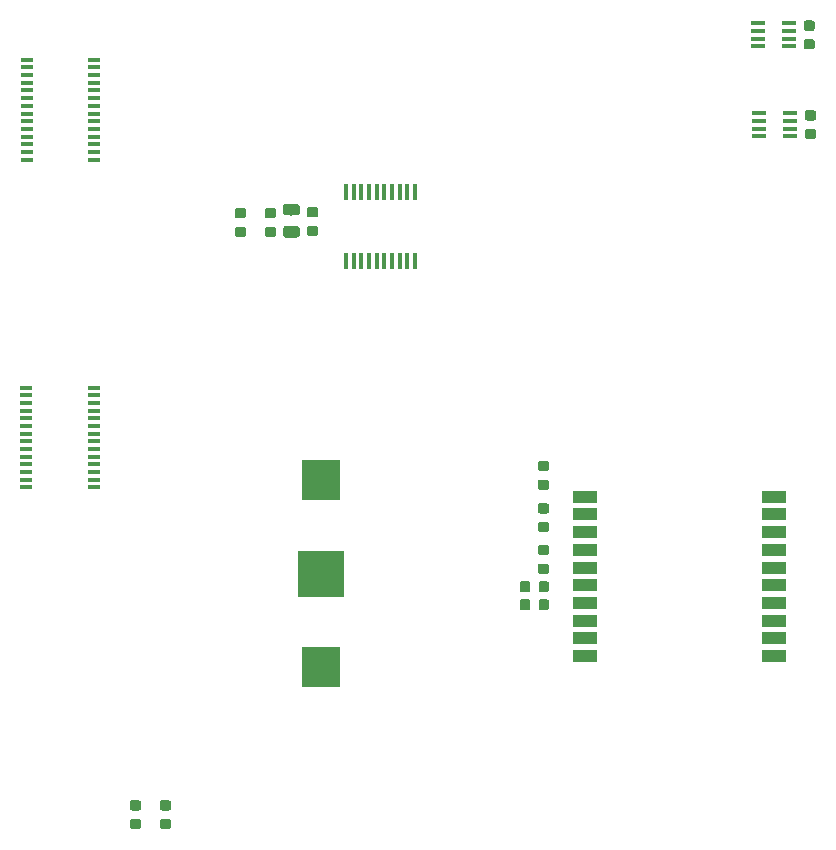
<source format=gbr>
G04 #@! TF.GenerationSoftware,KiCad,Pcbnew,(5.1.4)-1*
G04 #@! TF.CreationDate,2019-09-07T11:32:02-05:00*
G04 #@! TF.ProjectId,Jetson_Addon,4a657473-6f6e-45f4-9164-646f6e2e6b69,rev?*
G04 #@! TF.SameCoordinates,Original*
G04 #@! TF.FileFunction,Paste,Top*
G04 #@! TF.FilePolarity,Positive*
%FSLAX46Y46*%
G04 Gerber Fmt 4.6, Leading zero omitted, Abs format (unit mm)*
G04 Created by KiCad (PCBNEW (5.1.4)-1) date 2019-09-07 11:32:02*
%MOMM*%
%LPD*%
G04 APERTURE LIST*
%ADD10R,2.000000X1.000000*%
%ADD11R,1.220000X0.400000*%
%ADD12C,0.100000*%
%ADD13C,0.875000*%
%ADD14R,4.000000X4.000000*%
%ADD15R,3.300000X3.500000*%
%ADD16R,0.450000X1.450000*%
%ADD17C,0.975000*%
%ADD18R,1.100000X0.400000*%
G04 APERTURE END LIST*
D10*
X164590000Y-129286000D03*
X164590000Y-130786000D03*
X164590000Y-132286000D03*
X164590000Y-133786000D03*
X164590000Y-135286000D03*
X164590000Y-136786000D03*
X164590000Y-138286000D03*
X164590000Y-139786000D03*
X164590000Y-141286000D03*
X164590000Y-142786000D03*
X148590000Y-142786000D03*
X148590000Y-141286000D03*
X148590000Y-139786000D03*
X148590000Y-138286000D03*
X148590000Y-136786000D03*
X148590000Y-135286000D03*
X148590000Y-133786000D03*
X148590000Y-132286000D03*
X148590000Y-130786000D03*
X148590000Y-129286000D03*
D11*
X165902000Y-96820000D03*
X165902000Y-97460000D03*
X165902000Y-98120000D03*
X165902000Y-98760000D03*
X163282000Y-98760000D03*
X163282000Y-98120000D03*
X163282000Y-97460000D03*
X163282000Y-96820000D03*
D12*
G36*
X113307691Y-154986053D02*
G01*
X113328926Y-154989203D01*
X113349750Y-154994419D01*
X113369962Y-155001651D01*
X113389368Y-155010830D01*
X113407781Y-155021866D01*
X113425024Y-155034654D01*
X113440930Y-155049070D01*
X113455346Y-155064976D01*
X113468134Y-155082219D01*
X113479170Y-155100632D01*
X113488349Y-155120038D01*
X113495581Y-155140250D01*
X113500797Y-155161074D01*
X113503947Y-155182309D01*
X113505000Y-155203750D01*
X113505000Y-155641250D01*
X113503947Y-155662691D01*
X113500797Y-155683926D01*
X113495581Y-155704750D01*
X113488349Y-155724962D01*
X113479170Y-155744368D01*
X113468134Y-155762781D01*
X113455346Y-155780024D01*
X113440930Y-155795930D01*
X113425024Y-155810346D01*
X113407781Y-155823134D01*
X113389368Y-155834170D01*
X113369962Y-155843349D01*
X113349750Y-155850581D01*
X113328926Y-155855797D01*
X113307691Y-155858947D01*
X113286250Y-155860000D01*
X112773750Y-155860000D01*
X112752309Y-155858947D01*
X112731074Y-155855797D01*
X112710250Y-155850581D01*
X112690038Y-155843349D01*
X112670632Y-155834170D01*
X112652219Y-155823134D01*
X112634976Y-155810346D01*
X112619070Y-155795930D01*
X112604654Y-155780024D01*
X112591866Y-155762781D01*
X112580830Y-155744368D01*
X112571651Y-155724962D01*
X112564419Y-155704750D01*
X112559203Y-155683926D01*
X112556053Y-155662691D01*
X112555000Y-155641250D01*
X112555000Y-155203750D01*
X112556053Y-155182309D01*
X112559203Y-155161074D01*
X112564419Y-155140250D01*
X112571651Y-155120038D01*
X112580830Y-155100632D01*
X112591866Y-155082219D01*
X112604654Y-155064976D01*
X112619070Y-155049070D01*
X112634976Y-155034654D01*
X112652219Y-155021866D01*
X112670632Y-155010830D01*
X112690038Y-155001651D01*
X112710250Y-154994419D01*
X112731074Y-154989203D01*
X112752309Y-154986053D01*
X112773750Y-154985000D01*
X113286250Y-154985000D01*
X113307691Y-154986053D01*
X113307691Y-154986053D01*
G37*
D13*
X113030000Y-155422500D03*
D12*
G36*
X113307691Y-156561053D02*
G01*
X113328926Y-156564203D01*
X113349750Y-156569419D01*
X113369962Y-156576651D01*
X113389368Y-156585830D01*
X113407781Y-156596866D01*
X113425024Y-156609654D01*
X113440930Y-156624070D01*
X113455346Y-156639976D01*
X113468134Y-156657219D01*
X113479170Y-156675632D01*
X113488349Y-156695038D01*
X113495581Y-156715250D01*
X113500797Y-156736074D01*
X113503947Y-156757309D01*
X113505000Y-156778750D01*
X113505000Y-157216250D01*
X113503947Y-157237691D01*
X113500797Y-157258926D01*
X113495581Y-157279750D01*
X113488349Y-157299962D01*
X113479170Y-157319368D01*
X113468134Y-157337781D01*
X113455346Y-157355024D01*
X113440930Y-157370930D01*
X113425024Y-157385346D01*
X113407781Y-157398134D01*
X113389368Y-157409170D01*
X113369962Y-157418349D01*
X113349750Y-157425581D01*
X113328926Y-157430797D01*
X113307691Y-157433947D01*
X113286250Y-157435000D01*
X112773750Y-157435000D01*
X112752309Y-157433947D01*
X112731074Y-157430797D01*
X112710250Y-157425581D01*
X112690038Y-157418349D01*
X112670632Y-157409170D01*
X112652219Y-157398134D01*
X112634976Y-157385346D01*
X112619070Y-157370930D01*
X112604654Y-157355024D01*
X112591866Y-157337781D01*
X112580830Y-157319368D01*
X112571651Y-157299962D01*
X112564419Y-157279750D01*
X112559203Y-157258926D01*
X112556053Y-157237691D01*
X112555000Y-157216250D01*
X112555000Y-156778750D01*
X112556053Y-156757309D01*
X112559203Y-156736074D01*
X112564419Y-156715250D01*
X112571651Y-156695038D01*
X112580830Y-156675632D01*
X112591866Y-156657219D01*
X112604654Y-156639976D01*
X112619070Y-156624070D01*
X112634976Y-156609654D01*
X112652219Y-156596866D01*
X112670632Y-156585830D01*
X112690038Y-156576651D01*
X112710250Y-156569419D01*
X112731074Y-156564203D01*
X112752309Y-156561053D01*
X112773750Y-156560000D01*
X113286250Y-156560000D01*
X113307691Y-156561053D01*
X113307691Y-156561053D01*
G37*
D13*
X113030000Y-156997500D03*
D12*
G36*
X110767691Y-154986053D02*
G01*
X110788926Y-154989203D01*
X110809750Y-154994419D01*
X110829962Y-155001651D01*
X110849368Y-155010830D01*
X110867781Y-155021866D01*
X110885024Y-155034654D01*
X110900930Y-155049070D01*
X110915346Y-155064976D01*
X110928134Y-155082219D01*
X110939170Y-155100632D01*
X110948349Y-155120038D01*
X110955581Y-155140250D01*
X110960797Y-155161074D01*
X110963947Y-155182309D01*
X110965000Y-155203750D01*
X110965000Y-155641250D01*
X110963947Y-155662691D01*
X110960797Y-155683926D01*
X110955581Y-155704750D01*
X110948349Y-155724962D01*
X110939170Y-155744368D01*
X110928134Y-155762781D01*
X110915346Y-155780024D01*
X110900930Y-155795930D01*
X110885024Y-155810346D01*
X110867781Y-155823134D01*
X110849368Y-155834170D01*
X110829962Y-155843349D01*
X110809750Y-155850581D01*
X110788926Y-155855797D01*
X110767691Y-155858947D01*
X110746250Y-155860000D01*
X110233750Y-155860000D01*
X110212309Y-155858947D01*
X110191074Y-155855797D01*
X110170250Y-155850581D01*
X110150038Y-155843349D01*
X110130632Y-155834170D01*
X110112219Y-155823134D01*
X110094976Y-155810346D01*
X110079070Y-155795930D01*
X110064654Y-155780024D01*
X110051866Y-155762781D01*
X110040830Y-155744368D01*
X110031651Y-155724962D01*
X110024419Y-155704750D01*
X110019203Y-155683926D01*
X110016053Y-155662691D01*
X110015000Y-155641250D01*
X110015000Y-155203750D01*
X110016053Y-155182309D01*
X110019203Y-155161074D01*
X110024419Y-155140250D01*
X110031651Y-155120038D01*
X110040830Y-155100632D01*
X110051866Y-155082219D01*
X110064654Y-155064976D01*
X110079070Y-155049070D01*
X110094976Y-155034654D01*
X110112219Y-155021866D01*
X110130632Y-155010830D01*
X110150038Y-155001651D01*
X110170250Y-154994419D01*
X110191074Y-154989203D01*
X110212309Y-154986053D01*
X110233750Y-154985000D01*
X110746250Y-154985000D01*
X110767691Y-154986053D01*
X110767691Y-154986053D01*
G37*
D13*
X110490000Y-155422500D03*
D12*
G36*
X110767691Y-156561053D02*
G01*
X110788926Y-156564203D01*
X110809750Y-156569419D01*
X110829962Y-156576651D01*
X110849368Y-156585830D01*
X110867781Y-156596866D01*
X110885024Y-156609654D01*
X110900930Y-156624070D01*
X110915346Y-156639976D01*
X110928134Y-156657219D01*
X110939170Y-156675632D01*
X110948349Y-156695038D01*
X110955581Y-156715250D01*
X110960797Y-156736074D01*
X110963947Y-156757309D01*
X110965000Y-156778750D01*
X110965000Y-157216250D01*
X110963947Y-157237691D01*
X110960797Y-157258926D01*
X110955581Y-157279750D01*
X110948349Y-157299962D01*
X110939170Y-157319368D01*
X110928134Y-157337781D01*
X110915346Y-157355024D01*
X110900930Y-157370930D01*
X110885024Y-157385346D01*
X110867781Y-157398134D01*
X110849368Y-157409170D01*
X110829962Y-157418349D01*
X110809750Y-157425581D01*
X110788926Y-157430797D01*
X110767691Y-157433947D01*
X110746250Y-157435000D01*
X110233750Y-157435000D01*
X110212309Y-157433947D01*
X110191074Y-157430797D01*
X110170250Y-157425581D01*
X110150038Y-157418349D01*
X110130632Y-157409170D01*
X110112219Y-157398134D01*
X110094976Y-157385346D01*
X110079070Y-157370930D01*
X110064654Y-157355024D01*
X110051866Y-157337781D01*
X110040830Y-157319368D01*
X110031651Y-157299962D01*
X110024419Y-157279750D01*
X110019203Y-157258926D01*
X110016053Y-157237691D01*
X110015000Y-157216250D01*
X110015000Y-156778750D01*
X110016053Y-156757309D01*
X110019203Y-156736074D01*
X110024419Y-156715250D01*
X110031651Y-156695038D01*
X110040830Y-156675632D01*
X110051866Y-156657219D01*
X110064654Y-156639976D01*
X110079070Y-156624070D01*
X110094976Y-156609654D01*
X110112219Y-156596866D01*
X110130632Y-156585830D01*
X110150038Y-156576651D01*
X110170250Y-156569419D01*
X110191074Y-156564203D01*
X110212309Y-156561053D01*
X110233750Y-156560000D01*
X110746250Y-156560000D01*
X110767691Y-156561053D01*
X110767691Y-156561053D01*
G37*
D13*
X110490000Y-156997500D03*
D12*
G36*
X145299691Y-136432053D02*
G01*
X145320926Y-136435203D01*
X145341750Y-136440419D01*
X145361962Y-136447651D01*
X145381368Y-136456830D01*
X145399781Y-136467866D01*
X145417024Y-136480654D01*
X145432930Y-136495070D01*
X145447346Y-136510976D01*
X145460134Y-136528219D01*
X145471170Y-136546632D01*
X145480349Y-136566038D01*
X145487581Y-136586250D01*
X145492797Y-136607074D01*
X145495947Y-136628309D01*
X145497000Y-136649750D01*
X145497000Y-137162250D01*
X145495947Y-137183691D01*
X145492797Y-137204926D01*
X145487581Y-137225750D01*
X145480349Y-137245962D01*
X145471170Y-137265368D01*
X145460134Y-137283781D01*
X145447346Y-137301024D01*
X145432930Y-137316930D01*
X145417024Y-137331346D01*
X145399781Y-137344134D01*
X145381368Y-137355170D01*
X145361962Y-137364349D01*
X145341750Y-137371581D01*
X145320926Y-137376797D01*
X145299691Y-137379947D01*
X145278250Y-137381000D01*
X144840750Y-137381000D01*
X144819309Y-137379947D01*
X144798074Y-137376797D01*
X144777250Y-137371581D01*
X144757038Y-137364349D01*
X144737632Y-137355170D01*
X144719219Y-137344134D01*
X144701976Y-137331346D01*
X144686070Y-137316930D01*
X144671654Y-137301024D01*
X144658866Y-137283781D01*
X144647830Y-137265368D01*
X144638651Y-137245962D01*
X144631419Y-137225750D01*
X144626203Y-137204926D01*
X144623053Y-137183691D01*
X144622000Y-137162250D01*
X144622000Y-136649750D01*
X144623053Y-136628309D01*
X144626203Y-136607074D01*
X144631419Y-136586250D01*
X144638651Y-136566038D01*
X144647830Y-136546632D01*
X144658866Y-136528219D01*
X144671654Y-136510976D01*
X144686070Y-136495070D01*
X144701976Y-136480654D01*
X144719219Y-136467866D01*
X144737632Y-136456830D01*
X144757038Y-136447651D01*
X144777250Y-136440419D01*
X144798074Y-136435203D01*
X144819309Y-136432053D01*
X144840750Y-136431000D01*
X145278250Y-136431000D01*
X145299691Y-136432053D01*
X145299691Y-136432053D01*
G37*
D13*
X145059500Y-136906000D03*
D12*
G36*
X143724691Y-136432053D02*
G01*
X143745926Y-136435203D01*
X143766750Y-136440419D01*
X143786962Y-136447651D01*
X143806368Y-136456830D01*
X143824781Y-136467866D01*
X143842024Y-136480654D01*
X143857930Y-136495070D01*
X143872346Y-136510976D01*
X143885134Y-136528219D01*
X143896170Y-136546632D01*
X143905349Y-136566038D01*
X143912581Y-136586250D01*
X143917797Y-136607074D01*
X143920947Y-136628309D01*
X143922000Y-136649750D01*
X143922000Y-137162250D01*
X143920947Y-137183691D01*
X143917797Y-137204926D01*
X143912581Y-137225750D01*
X143905349Y-137245962D01*
X143896170Y-137265368D01*
X143885134Y-137283781D01*
X143872346Y-137301024D01*
X143857930Y-137316930D01*
X143842024Y-137331346D01*
X143824781Y-137344134D01*
X143806368Y-137355170D01*
X143786962Y-137364349D01*
X143766750Y-137371581D01*
X143745926Y-137376797D01*
X143724691Y-137379947D01*
X143703250Y-137381000D01*
X143265750Y-137381000D01*
X143244309Y-137379947D01*
X143223074Y-137376797D01*
X143202250Y-137371581D01*
X143182038Y-137364349D01*
X143162632Y-137355170D01*
X143144219Y-137344134D01*
X143126976Y-137331346D01*
X143111070Y-137316930D01*
X143096654Y-137301024D01*
X143083866Y-137283781D01*
X143072830Y-137265368D01*
X143063651Y-137245962D01*
X143056419Y-137225750D01*
X143051203Y-137204926D01*
X143048053Y-137183691D01*
X143047000Y-137162250D01*
X143047000Y-136649750D01*
X143048053Y-136628309D01*
X143051203Y-136607074D01*
X143056419Y-136586250D01*
X143063651Y-136566038D01*
X143072830Y-136546632D01*
X143083866Y-136528219D01*
X143096654Y-136510976D01*
X143111070Y-136495070D01*
X143126976Y-136480654D01*
X143144219Y-136467866D01*
X143162632Y-136456830D01*
X143182038Y-136447651D01*
X143202250Y-136440419D01*
X143223074Y-136435203D01*
X143244309Y-136432053D01*
X143265750Y-136431000D01*
X143703250Y-136431000D01*
X143724691Y-136432053D01*
X143724691Y-136432053D01*
G37*
D13*
X143484500Y-136906000D03*
D12*
G36*
X143724691Y-137956053D02*
G01*
X143745926Y-137959203D01*
X143766750Y-137964419D01*
X143786962Y-137971651D01*
X143806368Y-137980830D01*
X143824781Y-137991866D01*
X143842024Y-138004654D01*
X143857930Y-138019070D01*
X143872346Y-138034976D01*
X143885134Y-138052219D01*
X143896170Y-138070632D01*
X143905349Y-138090038D01*
X143912581Y-138110250D01*
X143917797Y-138131074D01*
X143920947Y-138152309D01*
X143922000Y-138173750D01*
X143922000Y-138686250D01*
X143920947Y-138707691D01*
X143917797Y-138728926D01*
X143912581Y-138749750D01*
X143905349Y-138769962D01*
X143896170Y-138789368D01*
X143885134Y-138807781D01*
X143872346Y-138825024D01*
X143857930Y-138840930D01*
X143842024Y-138855346D01*
X143824781Y-138868134D01*
X143806368Y-138879170D01*
X143786962Y-138888349D01*
X143766750Y-138895581D01*
X143745926Y-138900797D01*
X143724691Y-138903947D01*
X143703250Y-138905000D01*
X143265750Y-138905000D01*
X143244309Y-138903947D01*
X143223074Y-138900797D01*
X143202250Y-138895581D01*
X143182038Y-138888349D01*
X143162632Y-138879170D01*
X143144219Y-138868134D01*
X143126976Y-138855346D01*
X143111070Y-138840930D01*
X143096654Y-138825024D01*
X143083866Y-138807781D01*
X143072830Y-138789368D01*
X143063651Y-138769962D01*
X143056419Y-138749750D01*
X143051203Y-138728926D01*
X143048053Y-138707691D01*
X143047000Y-138686250D01*
X143047000Y-138173750D01*
X143048053Y-138152309D01*
X143051203Y-138131074D01*
X143056419Y-138110250D01*
X143063651Y-138090038D01*
X143072830Y-138070632D01*
X143083866Y-138052219D01*
X143096654Y-138034976D01*
X143111070Y-138019070D01*
X143126976Y-138004654D01*
X143144219Y-137991866D01*
X143162632Y-137980830D01*
X143182038Y-137971651D01*
X143202250Y-137964419D01*
X143223074Y-137959203D01*
X143244309Y-137956053D01*
X143265750Y-137955000D01*
X143703250Y-137955000D01*
X143724691Y-137956053D01*
X143724691Y-137956053D01*
G37*
D13*
X143484500Y-138430000D03*
D12*
G36*
X145299691Y-137956053D02*
G01*
X145320926Y-137959203D01*
X145341750Y-137964419D01*
X145361962Y-137971651D01*
X145381368Y-137980830D01*
X145399781Y-137991866D01*
X145417024Y-138004654D01*
X145432930Y-138019070D01*
X145447346Y-138034976D01*
X145460134Y-138052219D01*
X145471170Y-138070632D01*
X145480349Y-138090038D01*
X145487581Y-138110250D01*
X145492797Y-138131074D01*
X145495947Y-138152309D01*
X145497000Y-138173750D01*
X145497000Y-138686250D01*
X145495947Y-138707691D01*
X145492797Y-138728926D01*
X145487581Y-138749750D01*
X145480349Y-138769962D01*
X145471170Y-138789368D01*
X145460134Y-138807781D01*
X145447346Y-138825024D01*
X145432930Y-138840930D01*
X145417024Y-138855346D01*
X145399781Y-138868134D01*
X145381368Y-138879170D01*
X145361962Y-138888349D01*
X145341750Y-138895581D01*
X145320926Y-138900797D01*
X145299691Y-138903947D01*
X145278250Y-138905000D01*
X144840750Y-138905000D01*
X144819309Y-138903947D01*
X144798074Y-138900797D01*
X144777250Y-138895581D01*
X144757038Y-138888349D01*
X144737632Y-138879170D01*
X144719219Y-138868134D01*
X144701976Y-138855346D01*
X144686070Y-138840930D01*
X144671654Y-138825024D01*
X144658866Y-138807781D01*
X144647830Y-138789368D01*
X144638651Y-138769962D01*
X144631419Y-138749750D01*
X144626203Y-138728926D01*
X144623053Y-138707691D01*
X144622000Y-138686250D01*
X144622000Y-138173750D01*
X144623053Y-138152309D01*
X144626203Y-138131074D01*
X144631419Y-138110250D01*
X144638651Y-138090038D01*
X144647830Y-138070632D01*
X144658866Y-138052219D01*
X144671654Y-138034976D01*
X144686070Y-138019070D01*
X144701976Y-138004654D01*
X144719219Y-137991866D01*
X144737632Y-137980830D01*
X144757038Y-137971651D01*
X144777250Y-137964419D01*
X144798074Y-137959203D01*
X144819309Y-137956053D01*
X144840750Y-137955000D01*
X145278250Y-137955000D01*
X145299691Y-137956053D01*
X145299691Y-137956053D01*
G37*
D13*
X145059500Y-138430000D03*
D12*
G36*
X145311691Y-133370553D02*
G01*
X145332926Y-133373703D01*
X145353750Y-133378919D01*
X145373962Y-133386151D01*
X145393368Y-133395330D01*
X145411781Y-133406366D01*
X145429024Y-133419154D01*
X145444930Y-133433570D01*
X145459346Y-133449476D01*
X145472134Y-133466719D01*
X145483170Y-133485132D01*
X145492349Y-133504538D01*
X145499581Y-133524750D01*
X145504797Y-133545574D01*
X145507947Y-133566809D01*
X145509000Y-133588250D01*
X145509000Y-134025750D01*
X145507947Y-134047191D01*
X145504797Y-134068426D01*
X145499581Y-134089250D01*
X145492349Y-134109462D01*
X145483170Y-134128868D01*
X145472134Y-134147281D01*
X145459346Y-134164524D01*
X145444930Y-134180430D01*
X145429024Y-134194846D01*
X145411781Y-134207634D01*
X145393368Y-134218670D01*
X145373962Y-134227849D01*
X145353750Y-134235081D01*
X145332926Y-134240297D01*
X145311691Y-134243447D01*
X145290250Y-134244500D01*
X144777750Y-134244500D01*
X144756309Y-134243447D01*
X144735074Y-134240297D01*
X144714250Y-134235081D01*
X144694038Y-134227849D01*
X144674632Y-134218670D01*
X144656219Y-134207634D01*
X144638976Y-134194846D01*
X144623070Y-134180430D01*
X144608654Y-134164524D01*
X144595866Y-134147281D01*
X144584830Y-134128868D01*
X144575651Y-134109462D01*
X144568419Y-134089250D01*
X144563203Y-134068426D01*
X144560053Y-134047191D01*
X144559000Y-134025750D01*
X144559000Y-133588250D01*
X144560053Y-133566809D01*
X144563203Y-133545574D01*
X144568419Y-133524750D01*
X144575651Y-133504538D01*
X144584830Y-133485132D01*
X144595866Y-133466719D01*
X144608654Y-133449476D01*
X144623070Y-133433570D01*
X144638976Y-133419154D01*
X144656219Y-133406366D01*
X144674632Y-133395330D01*
X144694038Y-133386151D01*
X144714250Y-133378919D01*
X144735074Y-133373703D01*
X144756309Y-133370553D01*
X144777750Y-133369500D01*
X145290250Y-133369500D01*
X145311691Y-133370553D01*
X145311691Y-133370553D01*
G37*
D13*
X145034000Y-133807000D03*
D12*
G36*
X145311691Y-134945553D02*
G01*
X145332926Y-134948703D01*
X145353750Y-134953919D01*
X145373962Y-134961151D01*
X145393368Y-134970330D01*
X145411781Y-134981366D01*
X145429024Y-134994154D01*
X145444930Y-135008570D01*
X145459346Y-135024476D01*
X145472134Y-135041719D01*
X145483170Y-135060132D01*
X145492349Y-135079538D01*
X145499581Y-135099750D01*
X145504797Y-135120574D01*
X145507947Y-135141809D01*
X145509000Y-135163250D01*
X145509000Y-135600750D01*
X145507947Y-135622191D01*
X145504797Y-135643426D01*
X145499581Y-135664250D01*
X145492349Y-135684462D01*
X145483170Y-135703868D01*
X145472134Y-135722281D01*
X145459346Y-135739524D01*
X145444930Y-135755430D01*
X145429024Y-135769846D01*
X145411781Y-135782634D01*
X145393368Y-135793670D01*
X145373962Y-135802849D01*
X145353750Y-135810081D01*
X145332926Y-135815297D01*
X145311691Y-135818447D01*
X145290250Y-135819500D01*
X144777750Y-135819500D01*
X144756309Y-135818447D01*
X144735074Y-135815297D01*
X144714250Y-135810081D01*
X144694038Y-135802849D01*
X144674632Y-135793670D01*
X144656219Y-135782634D01*
X144638976Y-135769846D01*
X144623070Y-135755430D01*
X144608654Y-135739524D01*
X144595866Y-135722281D01*
X144584830Y-135703868D01*
X144575651Y-135684462D01*
X144568419Y-135664250D01*
X144563203Y-135643426D01*
X144560053Y-135622191D01*
X144559000Y-135600750D01*
X144559000Y-135163250D01*
X144560053Y-135141809D01*
X144563203Y-135120574D01*
X144568419Y-135099750D01*
X144575651Y-135079538D01*
X144584830Y-135060132D01*
X144595866Y-135041719D01*
X144608654Y-135024476D01*
X144623070Y-135008570D01*
X144638976Y-134994154D01*
X144656219Y-134981366D01*
X144674632Y-134970330D01*
X144694038Y-134961151D01*
X144714250Y-134953919D01*
X144735074Y-134948703D01*
X144756309Y-134945553D01*
X144777750Y-134944500D01*
X145290250Y-134944500D01*
X145311691Y-134945553D01*
X145311691Y-134945553D01*
G37*
D13*
X145034000Y-135382000D03*
D12*
G36*
X145311691Y-126258553D02*
G01*
X145332926Y-126261703D01*
X145353750Y-126266919D01*
X145373962Y-126274151D01*
X145393368Y-126283330D01*
X145411781Y-126294366D01*
X145429024Y-126307154D01*
X145444930Y-126321570D01*
X145459346Y-126337476D01*
X145472134Y-126354719D01*
X145483170Y-126373132D01*
X145492349Y-126392538D01*
X145499581Y-126412750D01*
X145504797Y-126433574D01*
X145507947Y-126454809D01*
X145509000Y-126476250D01*
X145509000Y-126913750D01*
X145507947Y-126935191D01*
X145504797Y-126956426D01*
X145499581Y-126977250D01*
X145492349Y-126997462D01*
X145483170Y-127016868D01*
X145472134Y-127035281D01*
X145459346Y-127052524D01*
X145444930Y-127068430D01*
X145429024Y-127082846D01*
X145411781Y-127095634D01*
X145393368Y-127106670D01*
X145373962Y-127115849D01*
X145353750Y-127123081D01*
X145332926Y-127128297D01*
X145311691Y-127131447D01*
X145290250Y-127132500D01*
X144777750Y-127132500D01*
X144756309Y-127131447D01*
X144735074Y-127128297D01*
X144714250Y-127123081D01*
X144694038Y-127115849D01*
X144674632Y-127106670D01*
X144656219Y-127095634D01*
X144638976Y-127082846D01*
X144623070Y-127068430D01*
X144608654Y-127052524D01*
X144595866Y-127035281D01*
X144584830Y-127016868D01*
X144575651Y-126997462D01*
X144568419Y-126977250D01*
X144563203Y-126956426D01*
X144560053Y-126935191D01*
X144559000Y-126913750D01*
X144559000Y-126476250D01*
X144560053Y-126454809D01*
X144563203Y-126433574D01*
X144568419Y-126412750D01*
X144575651Y-126392538D01*
X144584830Y-126373132D01*
X144595866Y-126354719D01*
X144608654Y-126337476D01*
X144623070Y-126321570D01*
X144638976Y-126307154D01*
X144656219Y-126294366D01*
X144674632Y-126283330D01*
X144694038Y-126274151D01*
X144714250Y-126266919D01*
X144735074Y-126261703D01*
X144756309Y-126258553D01*
X144777750Y-126257500D01*
X145290250Y-126257500D01*
X145311691Y-126258553D01*
X145311691Y-126258553D01*
G37*
D13*
X145034000Y-126695000D03*
D12*
G36*
X145311691Y-127833553D02*
G01*
X145332926Y-127836703D01*
X145353750Y-127841919D01*
X145373962Y-127849151D01*
X145393368Y-127858330D01*
X145411781Y-127869366D01*
X145429024Y-127882154D01*
X145444930Y-127896570D01*
X145459346Y-127912476D01*
X145472134Y-127929719D01*
X145483170Y-127948132D01*
X145492349Y-127967538D01*
X145499581Y-127987750D01*
X145504797Y-128008574D01*
X145507947Y-128029809D01*
X145509000Y-128051250D01*
X145509000Y-128488750D01*
X145507947Y-128510191D01*
X145504797Y-128531426D01*
X145499581Y-128552250D01*
X145492349Y-128572462D01*
X145483170Y-128591868D01*
X145472134Y-128610281D01*
X145459346Y-128627524D01*
X145444930Y-128643430D01*
X145429024Y-128657846D01*
X145411781Y-128670634D01*
X145393368Y-128681670D01*
X145373962Y-128690849D01*
X145353750Y-128698081D01*
X145332926Y-128703297D01*
X145311691Y-128706447D01*
X145290250Y-128707500D01*
X144777750Y-128707500D01*
X144756309Y-128706447D01*
X144735074Y-128703297D01*
X144714250Y-128698081D01*
X144694038Y-128690849D01*
X144674632Y-128681670D01*
X144656219Y-128670634D01*
X144638976Y-128657846D01*
X144623070Y-128643430D01*
X144608654Y-128627524D01*
X144595866Y-128610281D01*
X144584830Y-128591868D01*
X144575651Y-128572462D01*
X144568419Y-128552250D01*
X144563203Y-128531426D01*
X144560053Y-128510191D01*
X144559000Y-128488750D01*
X144559000Y-128051250D01*
X144560053Y-128029809D01*
X144563203Y-128008574D01*
X144568419Y-127987750D01*
X144575651Y-127967538D01*
X144584830Y-127948132D01*
X144595866Y-127929719D01*
X144608654Y-127912476D01*
X144623070Y-127896570D01*
X144638976Y-127882154D01*
X144656219Y-127869366D01*
X144674632Y-127858330D01*
X144694038Y-127849151D01*
X144714250Y-127841919D01*
X144735074Y-127836703D01*
X144756309Y-127833553D01*
X144777750Y-127832500D01*
X145290250Y-127832500D01*
X145311691Y-127833553D01*
X145311691Y-127833553D01*
G37*
D13*
X145034000Y-128270000D03*
D12*
G36*
X145311691Y-131415053D02*
G01*
X145332926Y-131418203D01*
X145353750Y-131423419D01*
X145373962Y-131430651D01*
X145393368Y-131439830D01*
X145411781Y-131450866D01*
X145429024Y-131463654D01*
X145444930Y-131478070D01*
X145459346Y-131493976D01*
X145472134Y-131511219D01*
X145483170Y-131529632D01*
X145492349Y-131549038D01*
X145499581Y-131569250D01*
X145504797Y-131590074D01*
X145507947Y-131611309D01*
X145509000Y-131632750D01*
X145509000Y-132070250D01*
X145507947Y-132091691D01*
X145504797Y-132112926D01*
X145499581Y-132133750D01*
X145492349Y-132153962D01*
X145483170Y-132173368D01*
X145472134Y-132191781D01*
X145459346Y-132209024D01*
X145444930Y-132224930D01*
X145429024Y-132239346D01*
X145411781Y-132252134D01*
X145393368Y-132263170D01*
X145373962Y-132272349D01*
X145353750Y-132279581D01*
X145332926Y-132284797D01*
X145311691Y-132287947D01*
X145290250Y-132289000D01*
X144777750Y-132289000D01*
X144756309Y-132287947D01*
X144735074Y-132284797D01*
X144714250Y-132279581D01*
X144694038Y-132272349D01*
X144674632Y-132263170D01*
X144656219Y-132252134D01*
X144638976Y-132239346D01*
X144623070Y-132224930D01*
X144608654Y-132209024D01*
X144595866Y-132191781D01*
X144584830Y-132173368D01*
X144575651Y-132153962D01*
X144568419Y-132133750D01*
X144563203Y-132112926D01*
X144560053Y-132091691D01*
X144559000Y-132070250D01*
X144559000Y-131632750D01*
X144560053Y-131611309D01*
X144563203Y-131590074D01*
X144568419Y-131569250D01*
X144575651Y-131549038D01*
X144584830Y-131529632D01*
X144595866Y-131511219D01*
X144608654Y-131493976D01*
X144623070Y-131478070D01*
X144638976Y-131463654D01*
X144656219Y-131450866D01*
X144674632Y-131439830D01*
X144694038Y-131430651D01*
X144714250Y-131423419D01*
X144735074Y-131418203D01*
X144756309Y-131415053D01*
X144777750Y-131414000D01*
X145290250Y-131414000D01*
X145311691Y-131415053D01*
X145311691Y-131415053D01*
G37*
D13*
X145034000Y-131851500D03*
D12*
G36*
X145311691Y-129840053D02*
G01*
X145332926Y-129843203D01*
X145353750Y-129848419D01*
X145373962Y-129855651D01*
X145393368Y-129864830D01*
X145411781Y-129875866D01*
X145429024Y-129888654D01*
X145444930Y-129903070D01*
X145459346Y-129918976D01*
X145472134Y-129936219D01*
X145483170Y-129954632D01*
X145492349Y-129974038D01*
X145499581Y-129994250D01*
X145504797Y-130015074D01*
X145507947Y-130036309D01*
X145509000Y-130057750D01*
X145509000Y-130495250D01*
X145507947Y-130516691D01*
X145504797Y-130537926D01*
X145499581Y-130558750D01*
X145492349Y-130578962D01*
X145483170Y-130598368D01*
X145472134Y-130616781D01*
X145459346Y-130634024D01*
X145444930Y-130649930D01*
X145429024Y-130664346D01*
X145411781Y-130677134D01*
X145393368Y-130688170D01*
X145373962Y-130697349D01*
X145353750Y-130704581D01*
X145332926Y-130709797D01*
X145311691Y-130712947D01*
X145290250Y-130714000D01*
X144777750Y-130714000D01*
X144756309Y-130712947D01*
X144735074Y-130709797D01*
X144714250Y-130704581D01*
X144694038Y-130697349D01*
X144674632Y-130688170D01*
X144656219Y-130677134D01*
X144638976Y-130664346D01*
X144623070Y-130649930D01*
X144608654Y-130634024D01*
X144595866Y-130616781D01*
X144584830Y-130598368D01*
X144575651Y-130578962D01*
X144568419Y-130558750D01*
X144563203Y-130537926D01*
X144560053Y-130516691D01*
X144559000Y-130495250D01*
X144559000Y-130057750D01*
X144560053Y-130036309D01*
X144563203Y-130015074D01*
X144568419Y-129994250D01*
X144575651Y-129974038D01*
X144584830Y-129954632D01*
X144595866Y-129936219D01*
X144608654Y-129918976D01*
X144623070Y-129903070D01*
X144638976Y-129888654D01*
X144656219Y-129875866D01*
X144674632Y-129864830D01*
X144694038Y-129855651D01*
X144714250Y-129848419D01*
X144735074Y-129843203D01*
X144756309Y-129840053D01*
X144777750Y-129839000D01*
X145290250Y-129839000D01*
X145311691Y-129840053D01*
X145311691Y-129840053D01*
G37*
D13*
X145034000Y-130276500D03*
D14*
X126238000Y-135814400D03*
D15*
X126238000Y-127914400D03*
X126238000Y-143714400D03*
D16*
X128316800Y-103450600D03*
X128966800Y-103450600D03*
X129616800Y-103450600D03*
X130266800Y-103450600D03*
X130916800Y-103450600D03*
X131566800Y-103450600D03*
X132216800Y-103450600D03*
X132866800Y-103450600D03*
X133516800Y-103450600D03*
X134166800Y-103450600D03*
X134166800Y-109350600D03*
X133516800Y-109350600D03*
X132866800Y-109350600D03*
X132216800Y-109350600D03*
X131566800Y-109350600D03*
X130916800Y-109350600D03*
X130266800Y-109350600D03*
X129616800Y-109350600D03*
X128966800Y-109350600D03*
X128316800Y-109350600D03*
D11*
X165800935Y-89221759D03*
X165800935Y-89861759D03*
X165800935Y-90521759D03*
X165800935Y-91161759D03*
X163180935Y-91161759D03*
X163180935Y-90521759D03*
X163180935Y-89861759D03*
X163180935Y-89221759D03*
D12*
G36*
X167816626Y-88967812D02*
G01*
X167837861Y-88970962D01*
X167858685Y-88976178D01*
X167878897Y-88983410D01*
X167898303Y-88992589D01*
X167916716Y-89003625D01*
X167933959Y-89016413D01*
X167949865Y-89030829D01*
X167964281Y-89046735D01*
X167977069Y-89063978D01*
X167988105Y-89082391D01*
X167997284Y-89101797D01*
X168004516Y-89122009D01*
X168009732Y-89142833D01*
X168012882Y-89164068D01*
X168013935Y-89185509D01*
X168013935Y-89623009D01*
X168012882Y-89644450D01*
X168009732Y-89665685D01*
X168004516Y-89686509D01*
X167997284Y-89706721D01*
X167988105Y-89726127D01*
X167977069Y-89744540D01*
X167964281Y-89761783D01*
X167949865Y-89777689D01*
X167933959Y-89792105D01*
X167916716Y-89804893D01*
X167898303Y-89815929D01*
X167878897Y-89825108D01*
X167858685Y-89832340D01*
X167837861Y-89837556D01*
X167816626Y-89840706D01*
X167795185Y-89841759D01*
X167282685Y-89841759D01*
X167261244Y-89840706D01*
X167240009Y-89837556D01*
X167219185Y-89832340D01*
X167198973Y-89825108D01*
X167179567Y-89815929D01*
X167161154Y-89804893D01*
X167143911Y-89792105D01*
X167128005Y-89777689D01*
X167113589Y-89761783D01*
X167100801Y-89744540D01*
X167089765Y-89726127D01*
X167080586Y-89706721D01*
X167073354Y-89686509D01*
X167068138Y-89665685D01*
X167064988Y-89644450D01*
X167063935Y-89623009D01*
X167063935Y-89185509D01*
X167064988Y-89164068D01*
X167068138Y-89142833D01*
X167073354Y-89122009D01*
X167080586Y-89101797D01*
X167089765Y-89082391D01*
X167100801Y-89063978D01*
X167113589Y-89046735D01*
X167128005Y-89030829D01*
X167143911Y-89016413D01*
X167161154Y-89003625D01*
X167179567Y-88992589D01*
X167198973Y-88983410D01*
X167219185Y-88976178D01*
X167240009Y-88970962D01*
X167261244Y-88967812D01*
X167282685Y-88966759D01*
X167795185Y-88966759D01*
X167816626Y-88967812D01*
X167816626Y-88967812D01*
G37*
D13*
X167538935Y-89404259D03*
D12*
G36*
X167816626Y-90542812D02*
G01*
X167837861Y-90545962D01*
X167858685Y-90551178D01*
X167878897Y-90558410D01*
X167898303Y-90567589D01*
X167916716Y-90578625D01*
X167933959Y-90591413D01*
X167949865Y-90605829D01*
X167964281Y-90621735D01*
X167977069Y-90638978D01*
X167988105Y-90657391D01*
X167997284Y-90676797D01*
X168004516Y-90697009D01*
X168009732Y-90717833D01*
X168012882Y-90739068D01*
X168013935Y-90760509D01*
X168013935Y-91198009D01*
X168012882Y-91219450D01*
X168009732Y-91240685D01*
X168004516Y-91261509D01*
X167997284Y-91281721D01*
X167988105Y-91301127D01*
X167977069Y-91319540D01*
X167964281Y-91336783D01*
X167949865Y-91352689D01*
X167933959Y-91367105D01*
X167916716Y-91379893D01*
X167898303Y-91390929D01*
X167878897Y-91400108D01*
X167858685Y-91407340D01*
X167837861Y-91412556D01*
X167816626Y-91415706D01*
X167795185Y-91416759D01*
X167282685Y-91416759D01*
X167261244Y-91415706D01*
X167240009Y-91412556D01*
X167219185Y-91407340D01*
X167198973Y-91400108D01*
X167179567Y-91390929D01*
X167161154Y-91379893D01*
X167143911Y-91367105D01*
X167128005Y-91352689D01*
X167113589Y-91336783D01*
X167100801Y-91319540D01*
X167089765Y-91301127D01*
X167080586Y-91281721D01*
X167073354Y-91261509D01*
X167068138Y-91240685D01*
X167064988Y-91219450D01*
X167063935Y-91198009D01*
X167063935Y-90760509D01*
X167064988Y-90739068D01*
X167068138Y-90717833D01*
X167073354Y-90697009D01*
X167080586Y-90676797D01*
X167089765Y-90657391D01*
X167100801Y-90638978D01*
X167113589Y-90621735D01*
X167128005Y-90605829D01*
X167143911Y-90591413D01*
X167161154Y-90578625D01*
X167179567Y-90567589D01*
X167198973Y-90558410D01*
X167219185Y-90551178D01*
X167240009Y-90545962D01*
X167261244Y-90542812D01*
X167282685Y-90541759D01*
X167795185Y-90541759D01*
X167816626Y-90542812D01*
X167816626Y-90542812D01*
G37*
D13*
X167538935Y-90979259D03*
D12*
G36*
X167917691Y-96566053D02*
G01*
X167938926Y-96569203D01*
X167959750Y-96574419D01*
X167979962Y-96581651D01*
X167999368Y-96590830D01*
X168017781Y-96601866D01*
X168035024Y-96614654D01*
X168050930Y-96629070D01*
X168065346Y-96644976D01*
X168078134Y-96662219D01*
X168089170Y-96680632D01*
X168098349Y-96700038D01*
X168105581Y-96720250D01*
X168110797Y-96741074D01*
X168113947Y-96762309D01*
X168115000Y-96783750D01*
X168115000Y-97221250D01*
X168113947Y-97242691D01*
X168110797Y-97263926D01*
X168105581Y-97284750D01*
X168098349Y-97304962D01*
X168089170Y-97324368D01*
X168078134Y-97342781D01*
X168065346Y-97360024D01*
X168050930Y-97375930D01*
X168035024Y-97390346D01*
X168017781Y-97403134D01*
X167999368Y-97414170D01*
X167979962Y-97423349D01*
X167959750Y-97430581D01*
X167938926Y-97435797D01*
X167917691Y-97438947D01*
X167896250Y-97440000D01*
X167383750Y-97440000D01*
X167362309Y-97438947D01*
X167341074Y-97435797D01*
X167320250Y-97430581D01*
X167300038Y-97423349D01*
X167280632Y-97414170D01*
X167262219Y-97403134D01*
X167244976Y-97390346D01*
X167229070Y-97375930D01*
X167214654Y-97360024D01*
X167201866Y-97342781D01*
X167190830Y-97324368D01*
X167181651Y-97304962D01*
X167174419Y-97284750D01*
X167169203Y-97263926D01*
X167166053Y-97242691D01*
X167165000Y-97221250D01*
X167165000Y-96783750D01*
X167166053Y-96762309D01*
X167169203Y-96741074D01*
X167174419Y-96720250D01*
X167181651Y-96700038D01*
X167190830Y-96680632D01*
X167201866Y-96662219D01*
X167214654Y-96644976D01*
X167229070Y-96629070D01*
X167244976Y-96614654D01*
X167262219Y-96601866D01*
X167280632Y-96590830D01*
X167300038Y-96581651D01*
X167320250Y-96574419D01*
X167341074Y-96569203D01*
X167362309Y-96566053D01*
X167383750Y-96565000D01*
X167896250Y-96565000D01*
X167917691Y-96566053D01*
X167917691Y-96566053D01*
G37*
D13*
X167640000Y-97002500D03*
D12*
G36*
X167917691Y-98141053D02*
G01*
X167938926Y-98144203D01*
X167959750Y-98149419D01*
X167979962Y-98156651D01*
X167999368Y-98165830D01*
X168017781Y-98176866D01*
X168035024Y-98189654D01*
X168050930Y-98204070D01*
X168065346Y-98219976D01*
X168078134Y-98237219D01*
X168089170Y-98255632D01*
X168098349Y-98275038D01*
X168105581Y-98295250D01*
X168110797Y-98316074D01*
X168113947Y-98337309D01*
X168115000Y-98358750D01*
X168115000Y-98796250D01*
X168113947Y-98817691D01*
X168110797Y-98838926D01*
X168105581Y-98859750D01*
X168098349Y-98879962D01*
X168089170Y-98899368D01*
X168078134Y-98917781D01*
X168065346Y-98935024D01*
X168050930Y-98950930D01*
X168035024Y-98965346D01*
X168017781Y-98978134D01*
X167999368Y-98989170D01*
X167979962Y-98998349D01*
X167959750Y-99005581D01*
X167938926Y-99010797D01*
X167917691Y-99013947D01*
X167896250Y-99015000D01*
X167383750Y-99015000D01*
X167362309Y-99013947D01*
X167341074Y-99010797D01*
X167320250Y-99005581D01*
X167300038Y-98998349D01*
X167280632Y-98989170D01*
X167262219Y-98978134D01*
X167244976Y-98965346D01*
X167229070Y-98950930D01*
X167214654Y-98935024D01*
X167201866Y-98917781D01*
X167190830Y-98899368D01*
X167181651Y-98879962D01*
X167174419Y-98859750D01*
X167169203Y-98838926D01*
X167166053Y-98817691D01*
X167165000Y-98796250D01*
X167165000Y-98358750D01*
X167166053Y-98337309D01*
X167169203Y-98316074D01*
X167174419Y-98295250D01*
X167181651Y-98275038D01*
X167190830Y-98255632D01*
X167201866Y-98237219D01*
X167214654Y-98219976D01*
X167229070Y-98204070D01*
X167244976Y-98189654D01*
X167262219Y-98176866D01*
X167280632Y-98165830D01*
X167300038Y-98156651D01*
X167320250Y-98149419D01*
X167341074Y-98144203D01*
X167362309Y-98141053D01*
X167383750Y-98140000D01*
X167896250Y-98140000D01*
X167917691Y-98141053D01*
X167917691Y-98141053D01*
G37*
D13*
X167640000Y-98577500D03*
D12*
G36*
X119657691Y-104846453D02*
G01*
X119678926Y-104849603D01*
X119699750Y-104854819D01*
X119719962Y-104862051D01*
X119739368Y-104871230D01*
X119757781Y-104882266D01*
X119775024Y-104895054D01*
X119790930Y-104909470D01*
X119805346Y-104925376D01*
X119818134Y-104942619D01*
X119829170Y-104961032D01*
X119838349Y-104980438D01*
X119845581Y-105000650D01*
X119850797Y-105021474D01*
X119853947Y-105042709D01*
X119855000Y-105064150D01*
X119855000Y-105501650D01*
X119853947Y-105523091D01*
X119850797Y-105544326D01*
X119845581Y-105565150D01*
X119838349Y-105585362D01*
X119829170Y-105604768D01*
X119818134Y-105623181D01*
X119805346Y-105640424D01*
X119790930Y-105656330D01*
X119775024Y-105670746D01*
X119757781Y-105683534D01*
X119739368Y-105694570D01*
X119719962Y-105703749D01*
X119699750Y-105710981D01*
X119678926Y-105716197D01*
X119657691Y-105719347D01*
X119636250Y-105720400D01*
X119123750Y-105720400D01*
X119102309Y-105719347D01*
X119081074Y-105716197D01*
X119060250Y-105710981D01*
X119040038Y-105703749D01*
X119020632Y-105694570D01*
X119002219Y-105683534D01*
X118984976Y-105670746D01*
X118969070Y-105656330D01*
X118954654Y-105640424D01*
X118941866Y-105623181D01*
X118930830Y-105604768D01*
X118921651Y-105585362D01*
X118914419Y-105565150D01*
X118909203Y-105544326D01*
X118906053Y-105523091D01*
X118905000Y-105501650D01*
X118905000Y-105064150D01*
X118906053Y-105042709D01*
X118909203Y-105021474D01*
X118914419Y-105000650D01*
X118921651Y-104980438D01*
X118930830Y-104961032D01*
X118941866Y-104942619D01*
X118954654Y-104925376D01*
X118969070Y-104909470D01*
X118984976Y-104895054D01*
X119002219Y-104882266D01*
X119020632Y-104871230D01*
X119040038Y-104862051D01*
X119060250Y-104854819D01*
X119081074Y-104849603D01*
X119102309Y-104846453D01*
X119123750Y-104845400D01*
X119636250Y-104845400D01*
X119657691Y-104846453D01*
X119657691Y-104846453D01*
G37*
D13*
X119380000Y-105282900D03*
D12*
G36*
X119657691Y-106421453D02*
G01*
X119678926Y-106424603D01*
X119699750Y-106429819D01*
X119719962Y-106437051D01*
X119739368Y-106446230D01*
X119757781Y-106457266D01*
X119775024Y-106470054D01*
X119790930Y-106484470D01*
X119805346Y-106500376D01*
X119818134Y-106517619D01*
X119829170Y-106536032D01*
X119838349Y-106555438D01*
X119845581Y-106575650D01*
X119850797Y-106596474D01*
X119853947Y-106617709D01*
X119855000Y-106639150D01*
X119855000Y-107076650D01*
X119853947Y-107098091D01*
X119850797Y-107119326D01*
X119845581Y-107140150D01*
X119838349Y-107160362D01*
X119829170Y-107179768D01*
X119818134Y-107198181D01*
X119805346Y-107215424D01*
X119790930Y-107231330D01*
X119775024Y-107245746D01*
X119757781Y-107258534D01*
X119739368Y-107269570D01*
X119719962Y-107278749D01*
X119699750Y-107285981D01*
X119678926Y-107291197D01*
X119657691Y-107294347D01*
X119636250Y-107295400D01*
X119123750Y-107295400D01*
X119102309Y-107294347D01*
X119081074Y-107291197D01*
X119060250Y-107285981D01*
X119040038Y-107278749D01*
X119020632Y-107269570D01*
X119002219Y-107258534D01*
X118984976Y-107245746D01*
X118969070Y-107231330D01*
X118954654Y-107215424D01*
X118941866Y-107198181D01*
X118930830Y-107179768D01*
X118921651Y-107160362D01*
X118914419Y-107140150D01*
X118909203Y-107119326D01*
X118906053Y-107098091D01*
X118905000Y-107076650D01*
X118905000Y-106639150D01*
X118906053Y-106617709D01*
X118909203Y-106596474D01*
X118914419Y-106575650D01*
X118921651Y-106555438D01*
X118930830Y-106536032D01*
X118941866Y-106517619D01*
X118954654Y-106500376D01*
X118969070Y-106484470D01*
X118984976Y-106470054D01*
X119002219Y-106457266D01*
X119020632Y-106446230D01*
X119040038Y-106437051D01*
X119060250Y-106429819D01*
X119081074Y-106424603D01*
X119102309Y-106421453D01*
X119123750Y-106420400D01*
X119636250Y-106420400D01*
X119657691Y-106421453D01*
X119657691Y-106421453D01*
G37*
D13*
X119380000Y-106857900D03*
D12*
G36*
X122197691Y-104846453D02*
G01*
X122218926Y-104849603D01*
X122239750Y-104854819D01*
X122259962Y-104862051D01*
X122279368Y-104871230D01*
X122297781Y-104882266D01*
X122315024Y-104895054D01*
X122330930Y-104909470D01*
X122345346Y-104925376D01*
X122358134Y-104942619D01*
X122369170Y-104961032D01*
X122378349Y-104980438D01*
X122385581Y-105000650D01*
X122390797Y-105021474D01*
X122393947Y-105042709D01*
X122395000Y-105064150D01*
X122395000Y-105501650D01*
X122393947Y-105523091D01*
X122390797Y-105544326D01*
X122385581Y-105565150D01*
X122378349Y-105585362D01*
X122369170Y-105604768D01*
X122358134Y-105623181D01*
X122345346Y-105640424D01*
X122330930Y-105656330D01*
X122315024Y-105670746D01*
X122297781Y-105683534D01*
X122279368Y-105694570D01*
X122259962Y-105703749D01*
X122239750Y-105710981D01*
X122218926Y-105716197D01*
X122197691Y-105719347D01*
X122176250Y-105720400D01*
X121663750Y-105720400D01*
X121642309Y-105719347D01*
X121621074Y-105716197D01*
X121600250Y-105710981D01*
X121580038Y-105703749D01*
X121560632Y-105694570D01*
X121542219Y-105683534D01*
X121524976Y-105670746D01*
X121509070Y-105656330D01*
X121494654Y-105640424D01*
X121481866Y-105623181D01*
X121470830Y-105604768D01*
X121461651Y-105585362D01*
X121454419Y-105565150D01*
X121449203Y-105544326D01*
X121446053Y-105523091D01*
X121445000Y-105501650D01*
X121445000Y-105064150D01*
X121446053Y-105042709D01*
X121449203Y-105021474D01*
X121454419Y-105000650D01*
X121461651Y-104980438D01*
X121470830Y-104961032D01*
X121481866Y-104942619D01*
X121494654Y-104925376D01*
X121509070Y-104909470D01*
X121524976Y-104895054D01*
X121542219Y-104882266D01*
X121560632Y-104871230D01*
X121580038Y-104862051D01*
X121600250Y-104854819D01*
X121621074Y-104849603D01*
X121642309Y-104846453D01*
X121663750Y-104845400D01*
X122176250Y-104845400D01*
X122197691Y-104846453D01*
X122197691Y-104846453D01*
G37*
D13*
X121920000Y-105282900D03*
D12*
G36*
X122197691Y-106421453D02*
G01*
X122218926Y-106424603D01*
X122239750Y-106429819D01*
X122259962Y-106437051D01*
X122279368Y-106446230D01*
X122297781Y-106457266D01*
X122315024Y-106470054D01*
X122330930Y-106484470D01*
X122345346Y-106500376D01*
X122358134Y-106517619D01*
X122369170Y-106536032D01*
X122378349Y-106555438D01*
X122385581Y-106575650D01*
X122390797Y-106596474D01*
X122393947Y-106617709D01*
X122395000Y-106639150D01*
X122395000Y-107076650D01*
X122393947Y-107098091D01*
X122390797Y-107119326D01*
X122385581Y-107140150D01*
X122378349Y-107160362D01*
X122369170Y-107179768D01*
X122358134Y-107198181D01*
X122345346Y-107215424D01*
X122330930Y-107231330D01*
X122315024Y-107245746D01*
X122297781Y-107258534D01*
X122279368Y-107269570D01*
X122259962Y-107278749D01*
X122239750Y-107285981D01*
X122218926Y-107291197D01*
X122197691Y-107294347D01*
X122176250Y-107295400D01*
X121663750Y-107295400D01*
X121642309Y-107294347D01*
X121621074Y-107291197D01*
X121600250Y-107285981D01*
X121580038Y-107278749D01*
X121560632Y-107269570D01*
X121542219Y-107258534D01*
X121524976Y-107245746D01*
X121509070Y-107231330D01*
X121494654Y-107215424D01*
X121481866Y-107198181D01*
X121470830Y-107179768D01*
X121461651Y-107160362D01*
X121454419Y-107140150D01*
X121449203Y-107119326D01*
X121446053Y-107098091D01*
X121445000Y-107076650D01*
X121445000Y-106639150D01*
X121446053Y-106617709D01*
X121449203Y-106596474D01*
X121454419Y-106575650D01*
X121461651Y-106555438D01*
X121470830Y-106536032D01*
X121481866Y-106517619D01*
X121494654Y-106500376D01*
X121509070Y-106484470D01*
X121524976Y-106470054D01*
X121542219Y-106457266D01*
X121560632Y-106446230D01*
X121580038Y-106437051D01*
X121600250Y-106429819D01*
X121621074Y-106424603D01*
X121642309Y-106421453D01*
X121663750Y-106420400D01*
X122176250Y-106420400D01*
X122197691Y-106421453D01*
X122197691Y-106421453D01*
G37*
D13*
X121920000Y-106857900D03*
D12*
G36*
X124178142Y-104494174D02*
G01*
X124201803Y-104497684D01*
X124225007Y-104503496D01*
X124247529Y-104511554D01*
X124269153Y-104521782D01*
X124289670Y-104534079D01*
X124308883Y-104548329D01*
X124326607Y-104564393D01*
X124342671Y-104582117D01*
X124356921Y-104601330D01*
X124369218Y-104621847D01*
X124379446Y-104643471D01*
X124387504Y-104665993D01*
X124393316Y-104689197D01*
X124396826Y-104712858D01*
X124398000Y-104736750D01*
X124398000Y-105224250D01*
X124396826Y-105248142D01*
X124393316Y-105271803D01*
X124387504Y-105295007D01*
X124379446Y-105317529D01*
X124369218Y-105339153D01*
X124356921Y-105359670D01*
X124342671Y-105378883D01*
X124326607Y-105396607D01*
X124308883Y-105412671D01*
X124289670Y-105426921D01*
X124269153Y-105439218D01*
X124247529Y-105449446D01*
X124225007Y-105457504D01*
X124201803Y-105463316D01*
X124178142Y-105466826D01*
X124154250Y-105468000D01*
X123241750Y-105468000D01*
X123217858Y-105466826D01*
X123194197Y-105463316D01*
X123170993Y-105457504D01*
X123148471Y-105449446D01*
X123126847Y-105439218D01*
X123106330Y-105426921D01*
X123087117Y-105412671D01*
X123069393Y-105396607D01*
X123053329Y-105378883D01*
X123039079Y-105359670D01*
X123026782Y-105339153D01*
X123016554Y-105317529D01*
X123008496Y-105295007D01*
X123002684Y-105271803D01*
X122999174Y-105248142D01*
X122998000Y-105224250D01*
X122998000Y-104736750D01*
X122999174Y-104712858D01*
X123002684Y-104689197D01*
X123008496Y-104665993D01*
X123016554Y-104643471D01*
X123026782Y-104621847D01*
X123039079Y-104601330D01*
X123053329Y-104582117D01*
X123069393Y-104564393D01*
X123087117Y-104548329D01*
X123106330Y-104534079D01*
X123126847Y-104521782D01*
X123148471Y-104511554D01*
X123170993Y-104503496D01*
X123194197Y-104497684D01*
X123217858Y-104494174D01*
X123241750Y-104493000D01*
X124154250Y-104493000D01*
X124178142Y-104494174D01*
X124178142Y-104494174D01*
G37*
D17*
X123698000Y-104980500D03*
D12*
G36*
X124178142Y-106369174D02*
G01*
X124201803Y-106372684D01*
X124225007Y-106378496D01*
X124247529Y-106386554D01*
X124269153Y-106396782D01*
X124289670Y-106409079D01*
X124308883Y-106423329D01*
X124326607Y-106439393D01*
X124342671Y-106457117D01*
X124356921Y-106476330D01*
X124369218Y-106496847D01*
X124379446Y-106518471D01*
X124387504Y-106540993D01*
X124393316Y-106564197D01*
X124396826Y-106587858D01*
X124398000Y-106611750D01*
X124398000Y-107099250D01*
X124396826Y-107123142D01*
X124393316Y-107146803D01*
X124387504Y-107170007D01*
X124379446Y-107192529D01*
X124369218Y-107214153D01*
X124356921Y-107234670D01*
X124342671Y-107253883D01*
X124326607Y-107271607D01*
X124308883Y-107287671D01*
X124289670Y-107301921D01*
X124269153Y-107314218D01*
X124247529Y-107324446D01*
X124225007Y-107332504D01*
X124201803Y-107338316D01*
X124178142Y-107341826D01*
X124154250Y-107343000D01*
X123241750Y-107343000D01*
X123217858Y-107341826D01*
X123194197Y-107338316D01*
X123170993Y-107332504D01*
X123148471Y-107324446D01*
X123126847Y-107314218D01*
X123106330Y-107301921D01*
X123087117Y-107287671D01*
X123069393Y-107271607D01*
X123053329Y-107253883D01*
X123039079Y-107234670D01*
X123026782Y-107214153D01*
X123016554Y-107192529D01*
X123008496Y-107170007D01*
X123002684Y-107146803D01*
X122999174Y-107123142D01*
X122998000Y-107099250D01*
X122998000Y-106611750D01*
X122999174Y-106587858D01*
X123002684Y-106564197D01*
X123008496Y-106540993D01*
X123016554Y-106518471D01*
X123026782Y-106496847D01*
X123039079Y-106476330D01*
X123053329Y-106457117D01*
X123069393Y-106439393D01*
X123087117Y-106423329D01*
X123106330Y-106409079D01*
X123126847Y-106396782D01*
X123148471Y-106386554D01*
X123170993Y-106378496D01*
X123194197Y-106372684D01*
X123217858Y-106369174D01*
X123241750Y-106368000D01*
X124154250Y-106368000D01*
X124178142Y-106369174D01*
X124178142Y-106369174D01*
G37*
D17*
X123698000Y-106855500D03*
D12*
G36*
X125753691Y-104770253D02*
G01*
X125774926Y-104773403D01*
X125795750Y-104778619D01*
X125815962Y-104785851D01*
X125835368Y-104795030D01*
X125853781Y-104806066D01*
X125871024Y-104818854D01*
X125886930Y-104833270D01*
X125901346Y-104849176D01*
X125914134Y-104866419D01*
X125925170Y-104884832D01*
X125934349Y-104904238D01*
X125941581Y-104924450D01*
X125946797Y-104945274D01*
X125949947Y-104966509D01*
X125951000Y-104987950D01*
X125951000Y-105425450D01*
X125949947Y-105446891D01*
X125946797Y-105468126D01*
X125941581Y-105488950D01*
X125934349Y-105509162D01*
X125925170Y-105528568D01*
X125914134Y-105546981D01*
X125901346Y-105564224D01*
X125886930Y-105580130D01*
X125871024Y-105594546D01*
X125853781Y-105607334D01*
X125835368Y-105618370D01*
X125815962Y-105627549D01*
X125795750Y-105634781D01*
X125774926Y-105639997D01*
X125753691Y-105643147D01*
X125732250Y-105644200D01*
X125219750Y-105644200D01*
X125198309Y-105643147D01*
X125177074Y-105639997D01*
X125156250Y-105634781D01*
X125136038Y-105627549D01*
X125116632Y-105618370D01*
X125098219Y-105607334D01*
X125080976Y-105594546D01*
X125065070Y-105580130D01*
X125050654Y-105564224D01*
X125037866Y-105546981D01*
X125026830Y-105528568D01*
X125017651Y-105509162D01*
X125010419Y-105488950D01*
X125005203Y-105468126D01*
X125002053Y-105446891D01*
X125001000Y-105425450D01*
X125001000Y-104987950D01*
X125002053Y-104966509D01*
X125005203Y-104945274D01*
X125010419Y-104924450D01*
X125017651Y-104904238D01*
X125026830Y-104884832D01*
X125037866Y-104866419D01*
X125050654Y-104849176D01*
X125065070Y-104833270D01*
X125080976Y-104818854D01*
X125098219Y-104806066D01*
X125116632Y-104795030D01*
X125136038Y-104785851D01*
X125156250Y-104778619D01*
X125177074Y-104773403D01*
X125198309Y-104770253D01*
X125219750Y-104769200D01*
X125732250Y-104769200D01*
X125753691Y-104770253D01*
X125753691Y-104770253D01*
G37*
D13*
X125476000Y-105206700D03*
D12*
G36*
X125753691Y-106345253D02*
G01*
X125774926Y-106348403D01*
X125795750Y-106353619D01*
X125815962Y-106360851D01*
X125835368Y-106370030D01*
X125853781Y-106381066D01*
X125871024Y-106393854D01*
X125886930Y-106408270D01*
X125901346Y-106424176D01*
X125914134Y-106441419D01*
X125925170Y-106459832D01*
X125934349Y-106479238D01*
X125941581Y-106499450D01*
X125946797Y-106520274D01*
X125949947Y-106541509D01*
X125951000Y-106562950D01*
X125951000Y-107000450D01*
X125949947Y-107021891D01*
X125946797Y-107043126D01*
X125941581Y-107063950D01*
X125934349Y-107084162D01*
X125925170Y-107103568D01*
X125914134Y-107121981D01*
X125901346Y-107139224D01*
X125886930Y-107155130D01*
X125871024Y-107169546D01*
X125853781Y-107182334D01*
X125835368Y-107193370D01*
X125815962Y-107202549D01*
X125795750Y-107209781D01*
X125774926Y-107214997D01*
X125753691Y-107218147D01*
X125732250Y-107219200D01*
X125219750Y-107219200D01*
X125198309Y-107218147D01*
X125177074Y-107214997D01*
X125156250Y-107209781D01*
X125136038Y-107202549D01*
X125116632Y-107193370D01*
X125098219Y-107182334D01*
X125080976Y-107169546D01*
X125065070Y-107155130D01*
X125050654Y-107139224D01*
X125037866Y-107121981D01*
X125026830Y-107103568D01*
X125017651Y-107084162D01*
X125010419Y-107063950D01*
X125005203Y-107043126D01*
X125002053Y-107021891D01*
X125001000Y-107000450D01*
X125001000Y-106562950D01*
X125002053Y-106541509D01*
X125005203Y-106520274D01*
X125010419Y-106499450D01*
X125017651Y-106479238D01*
X125026830Y-106459832D01*
X125037866Y-106441419D01*
X125050654Y-106424176D01*
X125065070Y-106408270D01*
X125080976Y-106393854D01*
X125098219Y-106381066D01*
X125116632Y-106370030D01*
X125136038Y-106360851D01*
X125156250Y-106353619D01*
X125177074Y-106348403D01*
X125198309Y-106345253D01*
X125219750Y-106344200D01*
X125732250Y-106344200D01*
X125753691Y-106345253D01*
X125753691Y-106345253D01*
G37*
D13*
X125476000Y-106781700D03*
D18*
X101290000Y-92295000D03*
X101290000Y-92945000D03*
X101290000Y-93595000D03*
X101290000Y-94245000D03*
X101290000Y-94895000D03*
X101290000Y-95545000D03*
X101290000Y-96195000D03*
X101290000Y-96845000D03*
X101290000Y-97495000D03*
X101290000Y-98145000D03*
X101290000Y-98795000D03*
X101290000Y-99445000D03*
X101290000Y-100095000D03*
X101290000Y-100745000D03*
X106990000Y-100745000D03*
X106990000Y-100095000D03*
X106990000Y-99445000D03*
X106990000Y-98795000D03*
X106990000Y-98145000D03*
X106990000Y-97495000D03*
X106990000Y-96845000D03*
X106990000Y-96195000D03*
X106990000Y-95545000D03*
X106990000Y-94895000D03*
X106990000Y-94245000D03*
X106990000Y-93595000D03*
X106990000Y-92945000D03*
X106990000Y-92295000D03*
X101264600Y-120057200D03*
X101264600Y-120707200D03*
X101264600Y-121357200D03*
X101264600Y-122007200D03*
X101264600Y-122657200D03*
X101264600Y-123307200D03*
X101264600Y-123957200D03*
X101264600Y-124607200D03*
X101264600Y-125257200D03*
X101264600Y-125907200D03*
X101264600Y-126557200D03*
X101264600Y-127207200D03*
X101264600Y-127857200D03*
X101264600Y-128507200D03*
X106964600Y-128507200D03*
X106964600Y-127857200D03*
X106964600Y-127207200D03*
X106964600Y-126557200D03*
X106964600Y-125907200D03*
X106964600Y-125257200D03*
X106964600Y-124607200D03*
X106964600Y-123957200D03*
X106964600Y-123307200D03*
X106964600Y-122657200D03*
X106964600Y-122007200D03*
X106964600Y-121357200D03*
X106964600Y-120707200D03*
X106964600Y-120057200D03*
M02*

</source>
